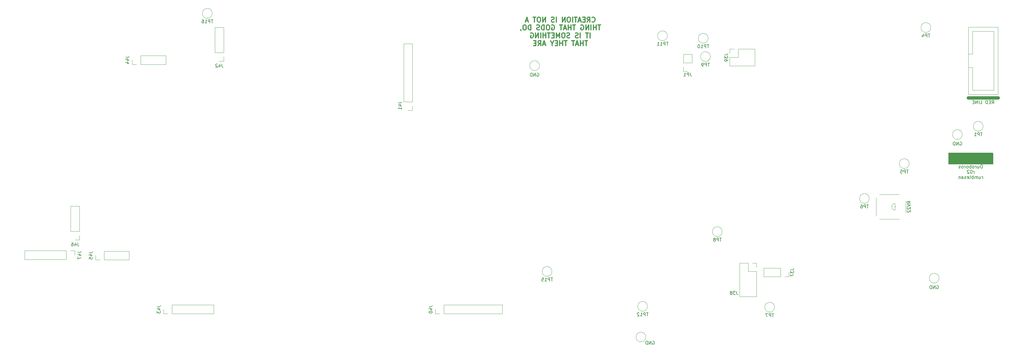
<source format=gbo>
%TF.GenerationSoftware,KiCad,Pcbnew,(6.0.6-0)*%
%TF.CreationDate,2023-05-13T23:48:37+01:00*%
%TF.ProjectId,ouroboros,6f75726f-626f-4726-9f73-2e6b69636164,r02*%
%TF.SameCoordinates,Original*%
%TF.FileFunction,Legend,Bot*%
%TF.FilePolarity,Positive*%
%FSLAX46Y46*%
G04 Gerber Fmt 4.6, Leading zero omitted, Abs format (unit mm)*
G04 Created by KiCad (PCBNEW (6.0.6-0)) date 2023-05-13 23:48:37*
%MOMM*%
%LPD*%
G01*
G04 APERTURE LIST*
%ADD10C,0.300000*%
%ADD11C,0.150000*%
%ADD12C,0.120000*%
%ADD13C,1.000000*%
G04 APERTURE END LIST*
D10*
X208560571Y-39331214D02*
X208632000Y-39402642D01*
X208846285Y-39474071D01*
X208989142Y-39474071D01*
X209203428Y-39402642D01*
X209346285Y-39259785D01*
X209417714Y-39116928D01*
X209489142Y-38831214D01*
X209489142Y-38616928D01*
X209417714Y-38331214D01*
X209346285Y-38188357D01*
X209203428Y-38045500D01*
X208989142Y-37974071D01*
X208846285Y-37974071D01*
X208632000Y-38045500D01*
X208560571Y-38116928D01*
X207060571Y-39474071D02*
X207560571Y-38759785D01*
X207917714Y-39474071D02*
X207917714Y-37974071D01*
X207346285Y-37974071D01*
X207203428Y-38045500D01*
X207132000Y-38116928D01*
X207060571Y-38259785D01*
X207060571Y-38474071D01*
X207132000Y-38616928D01*
X207203428Y-38688357D01*
X207346285Y-38759785D01*
X207917714Y-38759785D01*
X206417714Y-38688357D02*
X205917714Y-38688357D01*
X205703428Y-39474071D02*
X206417714Y-39474071D01*
X206417714Y-37974071D01*
X205703428Y-37974071D01*
X205132000Y-39045500D02*
X204417714Y-39045500D01*
X205274857Y-39474071D02*
X204774857Y-37974071D01*
X204274857Y-39474071D01*
X203989142Y-37974071D02*
X203132000Y-37974071D01*
X203560571Y-39474071D02*
X203560571Y-37974071D01*
X202632000Y-39474071D02*
X202632000Y-37974071D01*
X201632000Y-37974071D02*
X201346285Y-37974071D01*
X201203428Y-38045500D01*
X201060571Y-38188357D01*
X200989142Y-38474071D01*
X200989142Y-38974071D01*
X201060571Y-39259785D01*
X201203428Y-39402642D01*
X201346285Y-39474071D01*
X201632000Y-39474071D01*
X201774857Y-39402642D01*
X201917714Y-39259785D01*
X201989142Y-38974071D01*
X201989142Y-38474071D01*
X201917714Y-38188357D01*
X201774857Y-38045500D01*
X201632000Y-37974071D01*
X200346285Y-39474071D02*
X200346285Y-37974071D01*
X199489142Y-39474071D01*
X199489142Y-37974071D01*
X197632000Y-39474071D02*
X197632000Y-37974071D01*
X196989142Y-39402642D02*
X196774857Y-39474071D01*
X196417714Y-39474071D01*
X196274857Y-39402642D01*
X196203428Y-39331214D01*
X196132000Y-39188357D01*
X196132000Y-39045500D01*
X196203428Y-38902642D01*
X196274857Y-38831214D01*
X196417714Y-38759785D01*
X196703428Y-38688357D01*
X196846285Y-38616928D01*
X196917714Y-38545500D01*
X196989142Y-38402642D01*
X196989142Y-38259785D01*
X196917714Y-38116928D01*
X196846285Y-38045500D01*
X196703428Y-37974071D01*
X196346285Y-37974071D01*
X196132000Y-38045500D01*
X194346285Y-39474071D02*
X194346285Y-37974071D01*
X193489142Y-39474071D01*
X193489142Y-37974071D01*
X192489142Y-37974071D02*
X192203428Y-37974071D01*
X192060571Y-38045500D01*
X191917714Y-38188357D01*
X191846285Y-38474071D01*
X191846285Y-38974071D01*
X191917714Y-39259785D01*
X192060571Y-39402642D01*
X192203428Y-39474071D01*
X192489142Y-39474071D01*
X192632000Y-39402642D01*
X192774857Y-39259785D01*
X192846285Y-38974071D01*
X192846285Y-38474071D01*
X192774857Y-38188357D01*
X192632000Y-38045500D01*
X192489142Y-37974071D01*
X191417714Y-37974071D02*
X190560571Y-37974071D01*
X190989142Y-39474071D02*
X190989142Y-37974071D01*
X188989142Y-39045500D02*
X188274857Y-39045500D01*
X189132000Y-39474071D02*
X188632000Y-37974071D01*
X188132000Y-39474071D01*
X211167714Y-40389071D02*
X210310571Y-40389071D01*
X210739142Y-41889071D02*
X210739142Y-40389071D01*
X209810571Y-41889071D02*
X209810571Y-40389071D01*
X209810571Y-41103357D02*
X208953428Y-41103357D01*
X208953428Y-41889071D02*
X208953428Y-40389071D01*
X208239142Y-41889071D02*
X208239142Y-40389071D01*
X207524857Y-41889071D02*
X207524857Y-40389071D01*
X206667714Y-41889071D01*
X206667714Y-40389071D01*
X205167714Y-40460500D02*
X205310571Y-40389071D01*
X205524857Y-40389071D01*
X205739142Y-40460500D01*
X205882000Y-40603357D01*
X205953428Y-40746214D01*
X206024857Y-41031928D01*
X206024857Y-41246214D01*
X205953428Y-41531928D01*
X205882000Y-41674785D01*
X205739142Y-41817642D01*
X205524857Y-41889071D01*
X205382000Y-41889071D01*
X205167714Y-41817642D01*
X205096285Y-41746214D01*
X205096285Y-41246214D01*
X205382000Y-41246214D01*
X203524857Y-40389071D02*
X202667714Y-40389071D01*
X203096285Y-41889071D02*
X203096285Y-40389071D01*
X202167714Y-41889071D02*
X202167714Y-40389071D01*
X202167714Y-41103357D02*
X201310571Y-41103357D01*
X201310571Y-41889071D02*
X201310571Y-40389071D01*
X200667714Y-41460500D02*
X199953428Y-41460500D01*
X200810571Y-41889071D02*
X200310571Y-40389071D01*
X199810571Y-41889071D01*
X199524857Y-40389071D02*
X198667714Y-40389071D01*
X199096285Y-41889071D02*
X199096285Y-40389071D01*
X196239142Y-40460500D02*
X196382000Y-40389071D01*
X196596285Y-40389071D01*
X196810571Y-40460500D01*
X196953428Y-40603357D01*
X197024857Y-40746214D01*
X197096285Y-41031928D01*
X197096285Y-41246214D01*
X197024857Y-41531928D01*
X196953428Y-41674785D01*
X196810571Y-41817642D01*
X196596285Y-41889071D01*
X196453428Y-41889071D01*
X196239142Y-41817642D01*
X196167714Y-41746214D01*
X196167714Y-41246214D01*
X196453428Y-41246214D01*
X195239142Y-40389071D02*
X194953428Y-40389071D01*
X194810571Y-40460500D01*
X194667714Y-40603357D01*
X194596285Y-40889071D01*
X194596285Y-41389071D01*
X194667714Y-41674785D01*
X194810571Y-41817642D01*
X194953428Y-41889071D01*
X195239142Y-41889071D01*
X195382000Y-41817642D01*
X195524857Y-41674785D01*
X195596285Y-41389071D01*
X195596285Y-40889071D01*
X195524857Y-40603357D01*
X195382000Y-40460500D01*
X195239142Y-40389071D01*
X193953428Y-41889071D02*
X193953428Y-40389071D01*
X193596285Y-40389071D01*
X193382000Y-40460500D01*
X193239142Y-40603357D01*
X193167714Y-40746214D01*
X193096285Y-41031928D01*
X193096285Y-41246214D01*
X193167714Y-41531928D01*
X193239142Y-41674785D01*
X193382000Y-41817642D01*
X193596285Y-41889071D01*
X193953428Y-41889071D01*
X192524857Y-41817642D02*
X192310571Y-41889071D01*
X191953428Y-41889071D01*
X191810571Y-41817642D01*
X191739142Y-41746214D01*
X191667714Y-41603357D01*
X191667714Y-41460500D01*
X191739142Y-41317642D01*
X191810571Y-41246214D01*
X191953428Y-41174785D01*
X192239142Y-41103357D01*
X192382000Y-41031928D01*
X192453428Y-40960500D01*
X192524857Y-40817642D01*
X192524857Y-40674785D01*
X192453428Y-40531928D01*
X192382000Y-40460500D01*
X192239142Y-40389071D01*
X191882000Y-40389071D01*
X191667714Y-40460500D01*
X189882000Y-41889071D02*
X189882000Y-40389071D01*
X189524857Y-40389071D01*
X189310571Y-40460500D01*
X189167714Y-40603357D01*
X189096285Y-40746214D01*
X189024857Y-41031928D01*
X189024857Y-41246214D01*
X189096285Y-41531928D01*
X189167714Y-41674785D01*
X189310571Y-41817642D01*
X189524857Y-41889071D01*
X189882000Y-41889071D01*
X188096285Y-40389071D02*
X187810571Y-40389071D01*
X187667714Y-40460500D01*
X187524857Y-40603357D01*
X187453428Y-40889071D01*
X187453428Y-41389071D01*
X187524857Y-41674785D01*
X187667714Y-41817642D01*
X187810571Y-41889071D01*
X188096285Y-41889071D01*
X188239142Y-41817642D01*
X188382000Y-41674785D01*
X188453428Y-41389071D01*
X188453428Y-40889071D01*
X188382000Y-40603357D01*
X188239142Y-40460500D01*
X188096285Y-40389071D01*
X186739142Y-41817642D02*
X186739142Y-41889071D01*
X186810571Y-42031928D01*
X186882000Y-42103357D01*
X207953428Y-44304071D02*
X207953428Y-42804071D01*
X207453428Y-42804071D02*
X206596285Y-42804071D01*
X207024857Y-44304071D02*
X207024857Y-42804071D01*
X204953428Y-44304071D02*
X204953428Y-42804071D01*
X204310571Y-44232642D02*
X204096285Y-44304071D01*
X203739142Y-44304071D01*
X203596285Y-44232642D01*
X203524857Y-44161214D01*
X203453428Y-44018357D01*
X203453428Y-43875500D01*
X203524857Y-43732642D01*
X203596285Y-43661214D01*
X203739142Y-43589785D01*
X204024857Y-43518357D01*
X204167714Y-43446928D01*
X204239142Y-43375500D01*
X204310571Y-43232642D01*
X204310571Y-43089785D01*
X204239142Y-42946928D01*
X204167714Y-42875500D01*
X204024857Y-42804071D01*
X203667714Y-42804071D01*
X203453428Y-42875500D01*
X201739142Y-44232642D02*
X201524857Y-44304071D01*
X201167714Y-44304071D01*
X201024857Y-44232642D01*
X200953428Y-44161214D01*
X200882000Y-44018357D01*
X200882000Y-43875500D01*
X200953428Y-43732642D01*
X201024857Y-43661214D01*
X201167714Y-43589785D01*
X201453428Y-43518357D01*
X201596285Y-43446928D01*
X201667714Y-43375500D01*
X201739142Y-43232642D01*
X201739142Y-43089785D01*
X201667714Y-42946928D01*
X201596285Y-42875500D01*
X201453428Y-42804071D01*
X201096285Y-42804071D01*
X200882000Y-42875500D01*
X199953428Y-42804071D02*
X199667714Y-42804071D01*
X199524857Y-42875500D01*
X199382000Y-43018357D01*
X199310571Y-43304071D01*
X199310571Y-43804071D01*
X199382000Y-44089785D01*
X199524857Y-44232642D01*
X199667714Y-44304071D01*
X199953428Y-44304071D01*
X200096285Y-44232642D01*
X200239142Y-44089785D01*
X200310571Y-43804071D01*
X200310571Y-43304071D01*
X200239142Y-43018357D01*
X200096285Y-42875500D01*
X199953428Y-42804071D01*
X198667714Y-44304071D02*
X198667714Y-42804071D01*
X198167714Y-43875500D01*
X197667714Y-42804071D01*
X197667714Y-44304071D01*
X196953428Y-43518357D02*
X196453428Y-43518357D01*
X196239142Y-44304071D02*
X196953428Y-44304071D01*
X196953428Y-42804071D01*
X196239142Y-42804071D01*
X195810571Y-42804071D02*
X194953428Y-42804071D01*
X195382000Y-44304071D02*
X195382000Y-42804071D01*
X194453428Y-44304071D02*
X194453428Y-42804071D01*
X194453428Y-43518357D02*
X193596285Y-43518357D01*
X193596285Y-44304071D02*
X193596285Y-42804071D01*
X192882000Y-44304071D02*
X192882000Y-42804071D01*
X192167714Y-44304071D02*
X192167714Y-42804071D01*
X191310571Y-44304071D01*
X191310571Y-42804071D01*
X189810571Y-42875500D02*
X189953428Y-42804071D01*
X190167714Y-42804071D01*
X190382000Y-42875500D01*
X190524857Y-43018357D01*
X190596285Y-43161214D01*
X190667714Y-43446928D01*
X190667714Y-43661214D01*
X190596285Y-43946928D01*
X190524857Y-44089785D01*
X190382000Y-44232642D01*
X190167714Y-44304071D01*
X190024857Y-44304071D01*
X189810571Y-44232642D01*
X189739142Y-44161214D01*
X189739142Y-43661214D01*
X190024857Y-43661214D01*
X207203428Y-45219071D02*
X206346285Y-45219071D01*
X206774857Y-46719071D02*
X206774857Y-45219071D01*
X205846285Y-46719071D02*
X205846285Y-45219071D01*
X205846285Y-45933357D02*
X204989142Y-45933357D01*
X204989142Y-46719071D02*
X204989142Y-45219071D01*
X204346285Y-46290500D02*
X203632000Y-46290500D01*
X204489142Y-46719071D02*
X203989142Y-45219071D01*
X203489142Y-46719071D01*
X203203428Y-45219071D02*
X202346285Y-45219071D01*
X202774857Y-46719071D02*
X202774857Y-45219071D01*
X200917714Y-45219071D02*
X200060571Y-45219071D01*
X200489142Y-46719071D02*
X200489142Y-45219071D01*
X199560571Y-46719071D02*
X199560571Y-45219071D01*
X199560571Y-45933357D02*
X198703428Y-45933357D01*
X198703428Y-46719071D02*
X198703428Y-45219071D01*
X197989142Y-45933357D02*
X197489142Y-45933357D01*
X197274857Y-46719071D02*
X197989142Y-46719071D01*
X197989142Y-45219071D01*
X197274857Y-45219071D01*
X196346285Y-46004785D02*
X196346285Y-46719071D01*
X196846285Y-45219071D02*
X196346285Y-46004785D01*
X195846285Y-45219071D01*
X194274857Y-46290500D02*
X193560571Y-46290500D01*
X194417714Y-46719071D02*
X193917714Y-45219071D01*
X193417714Y-46719071D01*
X192060571Y-46719071D02*
X192560571Y-46004785D01*
X192917714Y-46719071D02*
X192917714Y-45219071D01*
X192346285Y-45219071D01*
X192203428Y-45290500D01*
X192132000Y-45361928D01*
X192060571Y-45504785D01*
X192060571Y-45719071D01*
X192132000Y-45861928D01*
X192203428Y-45933357D01*
X192346285Y-46004785D01*
X192917714Y-46004785D01*
X191417714Y-45933357D02*
X190917714Y-45933357D01*
X190703428Y-46719071D02*
X191417714Y-46719071D01*
X191417714Y-45219071D01*
X190703428Y-45219071D01*
D11*
X327738952Y-83186380D02*
X327548476Y-83186380D01*
X327453238Y-83234000D01*
X327358000Y-83329238D01*
X327310380Y-83519714D01*
X327310380Y-83853047D01*
X327358000Y-84043523D01*
X327453238Y-84138761D01*
X327548476Y-84186380D01*
X327738952Y-84186380D01*
X327834190Y-84138761D01*
X327929428Y-84043523D01*
X327977047Y-83853047D01*
X327977047Y-83519714D01*
X327929428Y-83329238D01*
X327834190Y-83234000D01*
X327738952Y-83186380D01*
X326453238Y-83519714D02*
X326453238Y-84186380D01*
X326881809Y-83519714D02*
X326881809Y-84043523D01*
X326834190Y-84138761D01*
X326738952Y-84186380D01*
X326596095Y-84186380D01*
X326500857Y-84138761D01*
X326453238Y-84091142D01*
X325977047Y-84186380D02*
X325977047Y-83519714D01*
X325977047Y-83710190D02*
X325929428Y-83614952D01*
X325881809Y-83567333D01*
X325786571Y-83519714D01*
X325691333Y-83519714D01*
X325215142Y-84186380D02*
X325310380Y-84138761D01*
X325358000Y-84091142D01*
X325405619Y-83995904D01*
X325405619Y-83710190D01*
X325358000Y-83614952D01*
X325310380Y-83567333D01*
X325215142Y-83519714D01*
X325072285Y-83519714D01*
X324977047Y-83567333D01*
X324929428Y-83614952D01*
X324881809Y-83710190D01*
X324881809Y-83995904D01*
X324929428Y-84091142D01*
X324977047Y-84138761D01*
X325072285Y-84186380D01*
X325215142Y-84186380D01*
X324453238Y-84186380D02*
X324453238Y-83186380D01*
X324453238Y-83567333D02*
X324358000Y-83519714D01*
X324167523Y-83519714D01*
X324072285Y-83567333D01*
X324024666Y-83614952D01*
X323977047Y-83710190D01*
X323977047Y-83995904D01*
X324024666Y-84091142D01*
X324072285Y-84138761D01*
X324167523Y-84186380D01*
X324358000Y-84186380D01*
X324453238Y-84138761D01*
X323405619Y-84186380D02*
X323500857Y-84138761D01*
X323548476Y-84091142D01*
X323596095Y-83995904D01*
X323596095Y-83710190D01*
X323548476Y-83614952D01*
X323500857Y-83567333D01*
X323405619Y-83519714D01*
X323262761Y-83519714D01*
X323167523Y-83567333D01*
X323119904Y-83614952D01*
X323072285Y-83710190D01*
X323072285Y-83995904D01*
X323119904Y-84091142D01*
X323167523Y-84138761D01*
X323262761Y-84186380D01*
X323405619Y-84186380D01*
X322643714Y-84186380D02*
X322643714Y-83519714D01*
X322643714Y-83710190D02*
X322596095Y-83614952D01*
X322548476Y-83567333D01*
X322453238Y-83519714D01*
X322358000Y-83519714D01*
X321881809Y-84186380D02*
X321977047Y-84138761D01*
X322024666Y-84091142D01*
X322072285Y-83995904D01*
X322072285Y-83710190D01*
X322024666Y-83614952D01*
X321977047Y-83567333D01*
X321881809Y-83519714D01*
X321738952Y-83519714D01*
X321643714Y-83567333D01*
X321596095Y-83614952D01*
X321548476Y-83710190D01*
X321548476Y-83995904D01*
X321596095Y-84091142D01*
X321643714Y-84138761D01*
X321738952Y-84186380D01*
X321881809Y-84186380D01*
X321167523Y-84138761D02*
X321072285Y-84186380D01*
X320881809Y-84186380D01*
X320786571Y-84138761D01*
X320738952Y-84043523D01*
X320738952Y-83995904D01*
X320786571Y-83900666D01*
X320881809Y-83853047D01*
X321024666Y-83853047D01*
X321119904Y-83805428D01*
X321167523Y-83710190D01*
X321167523Y-83662571D01*
X321119904Y-83567333D01*
X321024666Y-83519714D01*
X320881809Y-83519714D01*
X320786571Y-83567333D01*
X325381809Y-85796380D02*
X325381809Y-85129714D01*
X325381809Y-85320190D02*
X325334190Y-85224952D01*
X325286571Y-85177333D01*
X325191333Y-85129714D01*
X325096095Y-85129714D01*
X324572285Y-84796380D02*
X324477047Y-84796380D01*
X324381809Y-84844000D01*
X324334190Y-84891619D01*
X324286571Y-84986857D01*
X324238952Y-85177333D01*
X324238952Y-85415428D01*
X324286571Y-85605904D01*
X324334190Y-85701142D01*
X324381809Y-85748761D01*
X324477047Y-85796380D01*
X324572285Y-85796380D01*
X324667523Y-85748761D01*
X324715142Y-85701142D01*
X324762761Y-85605904D01*
X324810380Y-85415428D01*
X324810380Y-85177333D01*
X324762761Y-84986857D01*
X324715142Y-84891619D01*
X324667523Y-84844000D01*
X324572285Y-84796380D01*
X323858000Y-84891619D02*
X323810380Y-84844000D01*
X323715142Y-84796380D01*
X323477047Y-84796380D01*
X323381809Y-84844000D01*
X323334190Y-84891619D01*
X323286571Y-84986857D01*
X323286571Y-85082095D01*
X323334190Y-85224952D01*
X323905619Y-85796380D01*
X323286571Y-85796380D01*
X328000857Y-87406380D02*
X328000857Y-86739714D01*
X328000857Y-86930190D02*
X327953238Y-86834952D01*
X327905619Y-86787333D01*
X327810380Y-86739714D01*
X327715142Y-86739714D01*
X326953238Y-86739714D02*
X326953238Y-87406380D01*
X327381809Y-86739714D02*
X327381809Y-87263523D01*
X327334190Y-87358761D01*
X327238952Y-87406380D01*
X327096095Y-87406380D01*
X327000857Y-87358761D01*
X326953238Y-87311142D01*
X326477047Y-87406380D02*
X326477047Y-86739714D01*
X326477047Y-86834952D02*
X326429428Y-86787333D01*
X326334190Y-86739714D01*
X326191333Y-86739714D01*
X326096095Y-86787333D01*
X326048476Y-86882571D01*
X326048476Y-87406380D01*
X326048476Y-86882571D02*
X326000857Y-86787333D01*
X325905619Y-86739714D01*
X325762761Y-86739714D01*
X325667523Y-86787333D01*
X325619904Y-86882571D01*
X325619904Y-87406380D01*
X325143714Y-87406380D02*
X325143714Y-86406380D01*
X325143714Y-86787333D02*
X325048476Y-86739714D01*
X324858000Y-86739714D01*
X324762761Y-86787333D01*
X324715142Y-86834952D01*
X324667523Y-86930190D01*
X324667523Y-87215904D01*
X324715142Y-87311142D01*
X324762761Y-87358761D01*
X324858000Y-87406380D01*
X325048476Y-87406380D01*
X325143714Y-87358761D01*
X324096095Y-87406380D02*
X324191333Y-87358761D01*
X324238952Y-87263523D01*
X324238952Y-86406380D01*
X323334190Y-87358761D02*
X323429428Y-87406380D01*
X323619904Y-87406380D01*
X323715142Y-87358761D01*
X323762761Y-87263523D01*
X323762761Y-86882571D01*
X323715142Y-86787333D01*
X323619904Y-86739714D01*
X323429428Y-86739714D01*
X323334190Y-86787333D01*
X323286571Y-86882571D01*
X323286571Y-86977809D01*
X323762761Y-87073047D01*
X322905619Y-87358761D02*
X322810380Y-87406380D01*
X322619904Y-87406380D01*
X322524666Y-87358761D01*
X322477047Y-87263523D01*
X322477047Y-87215904D01*
X322524666Y-87120666D01*
X322619904Y-87073047D01*
X322762761Y-87073047D01*
X322858000Y-87025428D01*
X322905619Y-86930190D01*
X322905619Y-86882571D01*
X322858000Y-86787333D01*
X322762761Y-86739714D01*
X322619904Y-86739714D01*
X322524666Y-86787333D01*
X321619904Y-87406380D02*
X321619904Y-86882571D01*
X321667523Y-86787333D01*
X321762761Y-86739714D01*
X321953238Y-86739714D01*
X322048476Y-86787333D01*
X321619904Y-87358761D02*
X321715142Y-87406380D01*
X321953238Y-87406380D01*
X322048476Y-87358761D01*
X322096095Y-87263523D01*
X322096095Y-87168285D01*
X322048476Y-87073047D01*
X321953238Y-87025428D01*
X321715142Y-87025428D01*
X321619904Y-86977809D01*
X321143714Y-86739714D02*
X321143714Y-87406380D01*
X321143714Y-86834952D02*
X321096095Y-86787333D01*
X321000857Y-86739714D01*
X320858000Y-86739714D01*
X320762761Y-86787333D01*
X320715142Y-86882571D01*
X320715142Y-87406380D01*
%TO.C,J44*%
X65982380Y-50290476D02*
X66696666Y-50290476D01*
X66839523Y-50242857D01*
X66934761Y-50147619D01*
X66982380Y-50004761D01*
X66982380Y-49909523D01*
X66315714Y-51195238D02*
X66982380Y-51195238D01*
X65934761Y-50957142D02*
X66649047Y-50719047D01*
X66649047Y-51338095D01*
X66315714Y-52147619D02*
X66982380Y-52147619D01*
X65934761Y-51909523D02*
X66649047Y-51671428D01*
X66649047Y-52290476D01*
%TO.C,J47*%
X51322380Y-109990476D02*
X52036666Y-109990476D01*
X52179523Y-109942857D01*
X52274761Y-109847619D01*
X52322380Y-109704761D01*
X52322380Y-109609523D01*
X51655714Y-110895238D02*
X52322380Y-110895238D01*
X51274761Y-110657142D02*
X51989047Y-110419047D01*
X51989047Y-111038095D01*
X51322380Y-111323809D02*
X51322380Y-111990476D01*
X52322380Y-111561904D01*
%TO.C,J43*%
X75582380Y-126590476D02*
X76296666Y-126590476D01*
X76439523Y-126542857D01*
X76534761Y-126447619D01*
X76582380Y-126304761D01*
X76582380Y-126209523D01*
X75915714Y-127495238D02*
X76582380Y-127495238D01*
X75534761Y-127257142D02*
X76249047Y-127019047D01*
X76249047Y-127638095D01*
X75582380Y-127923809D02*
X75582380Y-128542857D01*
X75963333Y-128209523D01*
X75963333Y-128352380D01*
X76010952Y-128447619D01*
X76058571Y-128495238D01*
X76153809Y-128542857D01*
X76391904Y-128542857D01*
X76487142Y-128495238D01*
X76534761Y-128447619D01*
X76582380Y-128352380D01*
X76582380Y-128066666D01*
X76534761Y-127971428D01*
X76487142Y-127923809D01*
%TO.C,RV22*%
X305926380Y-94940571D02*
X305450190Y-94607238D01*
X305926380Y-94369142D02*
X304926380Y-94369142D01*
X304926380Y-94750095D01*
X304974000Y-94845333D01*
X305021619Y-94892952D01*
X305116857Y-94940571D01*
X305259714Y-94940571D01*
X305354952Y-94892952D01*
X305402571Y-94845333D01*
X305450190Y-94750095D01*
X305450190Y-94369142D01*
X304926380Y-95226285D02*
X305926380Y-95559619D01*
X304926380Y-95892952D01*
X305021619Y-96178666D02*
X304974000Y-96226285D01*
X304926380Y-96321523D01*
X304926380Y-96559619D01*
X304974000Y-96654857D01*
X305021619Y-96702476D01*
X305116857Y-96750095D01*
X305212095Y-96750095D01*
X305354952Y-96702476D01*
X305926380Y-96131047D01*
X305926380Y-96750095D01*
X305021619Y-97131047D02*
X304974000Y-97178666D01*
X304926380Y-97273904D01*
X304926380Y-97512000D01*
X304974000Y-97607238D01*
X305021619Y-97654857D01*
X305116857Y-97702476D01*
X305212095Y-97702476D01*
X305354952Y-97654857D01*
X305926380Y-97083428D01*
X305926380Y-97702476D01*
%TO.C,TP2*%
X321055904Y-76208000D02*
X321151142Y-76160380D01*
X321294000Y-76160380D01*
X321436857Y-76208000D01*
X321532095Y-76303238D01*
X321579714Y-76398476D01*
X321627333Y-76588952D01*
X321627333Y-76731809D01*
X321579714Y-76922285D01*
X321532095Y-77017523D01*
X321436857Y-77112761D01*
X321294000Y-77160380D01*
X321198761Y-77160380D01*
X321055904Y-77112761D01*
X321008285Y-77065142D01*
X321008285Y-76731809D01*
X321198761Y-76731809D01*
X320579714Y-77160380D02*
X320579714Y-76160380D01*
X320008285Y-77160380D01*
X320008285Y-76160380D01*
X319532095Y-77160380D02*
X319532095Y-76160380D01*
X319294000Y-76160380D01*
X319151142Y-76208000D01*
X319055904Y-76303238D01*
X319008285Y-76398476D01*
X318960666Y-76588952D01*
X318960666Y-76731809D01*
X319008285Y-76922285D01*
X319055904Y-77017523D01*
X319151142Y-77112761D01*
X319294000Y-77160380D01*
X319532095Y-77160380D01*
%TO.C,TP14*%
X191769904Y-55126000D02*
X191865142Y-55078380D01*
X192008000Y-55078380D01*
X192150857Y-55126000D01*
X192246095Y-55221238D01*
X192293714Y-55316476D01*
X192341333Y-55506952D01*
X192341333Y-55649809D01*
X192293714Y-55840285D01*
X192246095Y-55935523D01*
X192150857Y-56030761D01*
X192008000Y-56078380D01*
X191912761Y-56078380D01*
X191769904Y-56030761D01*
X191722285Y-55983142D01*
X191722285Y-55649809D01*
X191912761Y-55649809D01*
X191293714Y-56078380D02*
X191293714Y-55078380D01*
X190722285Y-56078380D01*
X190722285Y-55078380D01*
X190246095Y-56078380D02*
X190246095Y-55078380D01*
X190008000Y-55078380D01*
X189865142Y-55126000D01*
X189769904Y-55221238D01*
X189722285Y-55316476D01*
X189674666Y-55506952D01*
X189674666Y-55649809D01*
X189722285Y-55840285D01*
X189769904Y-55935523D01*
X189865142Y-56030761D01*
X190008000Y-56078380D01*
X190246095Y-56078380D01*
%TO.C,J40*%
X158702380Y-126590476D02*
X159416666Y-126590476D01*
X159559523Y-126542857D01*
X159654761Y-126447619D01*
X159702380Y-126304761D01*
X159702380Y-126209523D01*
X159035714Y-127495238D02*
X159702380Y-127495238D01*
X158654761Y-127257142D02*
X159369047Y-127019047D01*
X159369047Y-127638095D01*
X158702380Y-128209523D02*
X158702380Y-128304761D01*
X158750000Y-128400000D01*
X158797619Y-128447619D01*
X158892857Y-128495238D01*
X159083333Y-128542857D01*
X159321428Y-128542857D01*
X159511904Y-128495238D01*
X159607142Y-128447619D01*
X159654761Y-128400000D01*
X159702380Y-128304761D01*
X159702380Y-128209523D01*
X159654761Y-128114285D01*
X159607142Y-128066666D01*
X159511904Y-128019047D01*
X159321428Y-127971428D01*
X159083333Y-127971428D01*
X158892857Y-128019047D01*
X158797619Y-128066666D01*
X158750000Y-128114285D01*
X158702380Y-128209523D01*
%TO.C,J45*%
X54782380Y-110090476D02*
X55496666Y-110090476D01*
X55639523Y-110042857D01*
X55734761Y-109947619D01*
X55782380Y-109804761D01*
X55782380Y-109709523D01*
X55115714Y-110995238D02*
X55782380Y-110995238D01*
X54734761Y-110757142D02*
X55449047Y-110519047D01*
X55449047Y-111138095D01*
X54782380Y-111995238D02*
X54782380Y-111519047D01*
X55258571Y-111471428D01*
X55210952Y-111519047D01*
X55163333Y-111614285D01*
X55163333Y-111852380D01*
X55210952Y-111947619D01*
X55258571Y-111995238D01*
X55353809Y-112042857D01*
X55591904Y-112042857D01*
X55687142Y-111995238D01*
X55734761Y-111947619D01*
X55782380Y-111852380D01*
X55782380Y-111614285D01*
X55734761Y-111519047D01*
X55687142Y-111471428D01*
%TO.C,TP16*%
X92670095Y-38782380D02*
X92098666Y-38782380D01*
X92384380Y-39782380D02*
X92384380Y-38782380D01*
X91765333Y-39782380D02*
X91765333Y-38782380D01*
X91384380Y-38782380D01*
X91289142Y-38830000D01*
X91241523Y-38877619D01*
X91193904Y-38972857D01*
X91193904Y-39115714D01*
X91241523Y-39210952D01*
X91289142Y-39258571D01*
X91384380Y-39306190D01*
X91765333Y-39306190D01*
X90241523Y-39782380D02*
X90812952Y-39782380D01*
X90527238Y-39782380D02*
X90527238Y-38782380D01*
X90622476Y-38925238D01*
X90717714Y-39020476D01*
X90812952Y-39068095D01*
X89384380Y-38782380D02*
X89574857Y-38782380D01*
X89670095Y-38830000D01*
X89717714Y-38877619D01*
X89812952Y-39020476D01*
X89860571Y-39210952D01*
X89860571Y-39591904D01*
X89812952Y-39687142D01*
X89765333Y-39734761D01*
X89670095Y-39782380D01*
X89479619Y-39782380D01*
X89384380Y-39734761D01*
X89336761Y-39687142D01*
X89289142Y-39591904D01*
X89289142Y-39353809D01*
X89336761Y-39258571D01*
X89384380Y-39210952D01*
X89479619Y-39163333D01*
X89670095Y-39163333D01*
X89765333Y-39210952D01*
X89812952Y-39258571D01*
X89860571Y-39353809D01*
%TO.C,TP8*%
X248149904Y-105584380D02*
X247578476Y-105584380D01*
X247864190Y-106584380D02*
X247864190Y-105584380D01*
X247245142Y-106584380D02*
X247245142Y-105584380D01*
X246864190Y-105584380D01*
X246768952Y-105632000D01*
X246721333Y-105679619D01*
X246673714Y-105774857D01*
X246673714Y-105917714D01*
X246721333Y-106012952D01*
X246768952Y-106060571D01*
X246864190Y-106108190D01*
X247245142Y-106108190D01*
X246102285Y-106012952D02*
X246197523Y-105965333D01*
X246245142Y-105917714D01*
X246292761Y-105822476D01*
X246292761Y-105774857D01*
X246245142Y-105679619D01*
X246197523Y-105632000D01*
X246102285Y-105584380D01*
X245911809Y-105584380D01*
X245816571Y-105632000D01*
X245768952Y-105679619D01*
X245721333Y-105774857D01*
X245721333Y-105822476D01*
X245768952Y-105917714D01*
X245816571Y-105965333D01*
X245911809Y-106012952D01*
X246102285Y-106012952D01*
X246197523Y-106060571D01*
X246245142Y-106108190D01*
X246292761Y-106203428D01*
X246292761Y-106393904D01*
X246245142Y-106489142D01*
X246197523Y-106536761D01*
X246102285Y-106584380D01*
X245911809Y-106584380D01*
X245816571Y-106536761D01*
X245768952Y-106489142D01*
X245721333Y-106393904D01*
X245721333Y-106203428D01*
X245768952Y-106108190D01*
X245816571Y-106060571D01*
X245911809Y-106012952D01*
%TO.C,TP3*%
X313943904Y-120150000D02*
X314039142Y-120102380D01*
X314182000Y-120102380D01*
X314324857Y-120150000D01*
X314420095Y-120245238D01*
X314467714Y-120340476D01*
X314515333Y-120530952D01*
X314515333Y-120673809D01*
X314467714Y-120864285D01*
X314420095Y-120959523D01*
X314324857Y-121054761D01*
X314182000Y-121102380D01*
X314086761Y-121102380D01*
X313943904Y-121054761D01*
X313896285Y-121007142D01*
X313896285Y-120673809D01*
X314086761Y-120673809D01*
X313467714Y-121102380D02*
X313467714Y-120102380D01*
X312896285Y-121102380D01*
X312896285Y-120102380D01*
X312420095Y-121102380D02*
X312420095Y-120102380D01*
X312182000Y-120102380D01*
X312039142Y-120150000D01*
X311943904Y-120245238D01*
X311896285Y-120340476D01*
X311848666Y-120530952D01*
X311848666Y-120673809D01*
X311896285Y-120864285D01*
X311943904Y-120959523D01*
X312039142Y-121054761D01*
X312182000Y-121102380D01*
X312420095Y-121102380D01*
%TO.C,TP4*%
X311903904Y-43100380D02*
X311332476Y-43100380D01*
X311618190Y-44100380D02*
X311618190Y-43100380D01*
X310999142Y-44100380D02*
X310999142Y-43100380D01*
X310618190Y-43100380D01*
X310522952Y-43148000D01*
X310475333Y-43195619D01*
X310427714Y-43290857D01*
X310427714Y-43433714D01*
X310475333Y-43528952D01*
X310522952Y-43576571D01*
X310618190Y-43624190D01*
X310999142Y-43624190D01*
X309570571Y-43433714D02*
X309570571Y-44100380D01*
X309808666Y-43052761D02*
X310046761Y-43767047D01*
X309427714Y-43767047D01*
%TO.C,J36*%
X330810857Y-64460380D02*
X331144190Y-63984190D01*
X331382285Y-64460380D02*
X331382285Y-63460380D01*
X331001333Y-63460380D01*
X330906095Y-63508000D01*
X330858476Y-63555619D01*
X330810857Y-63650857D01*
X330810857Y-63793714D01*
X330858476Y-63888952D01*
X330906095Y-63936571D01*
X331001333Y-63984190D01*
X331382285Y-63984190D01*
X330382285Y-63936571D02*
X330048952Y-63936571D01*
X329906095Y-64460380D02*
X330382285Y-64460380D01*
X330382285Y-63460380D01*
X329906095Y-63460380D01*
X329477523Y-64460380D02*
X329477523Y-63460380D01*
X329239428Y-63460380D01*
X329096571Y-63508000D01*
X329001333Y-63603238D01*
X328953714Y-63698476D01*
X328906095Y-63888952D01*
X328906095Y-64031809D01*
X328953714Y-64222285D01*
X329001333Y-64317523D01*
X329096571Y-64412761D01*
X329239428Y-64460380D01*
X329477523Y-64460380D01*
X327239428Y-64460380D02*
X327715619Y-64460380D01*
X327715619Y-63460380D01*
X326906095Y-64460380D02*
X326906095Y-63460380D01*
X326429904Y-64460380D02*
X326429904Y-63460380D01*
X325858476Y-64460380D01*
X325858476Y-63460380D01*
X325382285Y-63936571D02*
X325048952Y-63936571D01*
X324906095Y-64460380D02*
X325382285Y-64460380D01*
X325382285Y-63460380D01*
X324906095Y-63460380D01*
%TO.C,TP15*%
X196556095Y-117776380D02*
X195984666Y-117776380D01*
X196270380Y-118776380D02*
X196270380Y-117776380D01*
X195651333Y-118776380D02*
X195651333Y-117776380D01*
X195270380Y-117776380D01*
X195175142Y-117824000D01*
X195127523Y-117871619D01*
X195079904Y-117966857D01*
X195079904Y-118109714D01*
X195127523Y-118204952D01*
X195175142Y-118252571D01*
X195270380Y-118300190D01*
X195651333Y-118300190D01*
X194127523Y-118776380D02*
X194698952Y-118776380D01*
X194413238Y-118776380D02*
X194413238Y-117776380D01*
X194508476Y-117919238D01*
X194603714Y-118014476D01*
X194698952Y-118062095D01*
X193222761Y-117776380D02*
X193698952Y-117776380D01*
X193746571Y-118252571D01*
X193698952Y-118204952D01*
X193603714Y-118157333D01*
X193365619Y-118157333D01*
X193270380Y-118204952D01*
X193222761Y-118252571D01*
X193175142Y-118347809D01*
X193175142Y-118585904D01*
X193222761Y-118681142D01*
X193270380Y-118728761D01*
X193365619Y-118776380D01*
X193603714Y-118776380D01*
X193698952Y-118728761D01*
X193746571Y-118681142D01*
%TO.C,TP5*%
X305299904Y-84756380D02*
X304728476Y-84756380D01*
X305014190Y-85756380D02*
X305014190Y-84756380D01*
X304395142Y-85756380D02*
X304395142Y-84756380D01*
X304014190Y-84756380D01*
X303918952Y-84804000D01*
X303871333Y-84851619D01*
X303823714Y-84946857D01*
X303823714Y-85089714D01*
X303871333Y-85184952D01*
X303918952Y-85232571D01*
X304014190Y-85280190D01*
X304395142Y-85280190D01*
X302918952Y-84756380D02*
X303395142Y-84756380D01*
X303442761Y-85232571D01*
X303395142Y-85184952D01*
X303299904Y-85137333D01*
X303061809Y-85137333D01*
X302966571Y-85184952D01*
X302918952Y-85232571D01*
X302871333Y-85327809D01*
X302871333Y-85565904D01*
X302918952Y-85661142D01*
X302966571Y-85708761D01*
X303061809Y-85756380D01*
X303299904Y-85756380D01*
X303395142Y-85708761D01*
X303442761Y-85661142D01*
%TO.C,J46*%
X51309523Y-107022380D02*
X51309523Y-107736666D01*
X51357142Y-107879523D01*
X51452380Y-107974761D01*
X51595238Y-108022380D01*
X51690476Y-108022380D01*
X50404761Y-107355714D02*
X50404761Y-108022380D01*
X50642857Y-106974761D02*
X50880952Y-107689047D01*
X50261904Y-107689047D01*
X49452380Y-107022380D02*
X49642857Y-107022380D01*
X49738095Y-107070000D01*
X49785714Y-107117619D01*
X49880952Y-107260476D01*
X49928571Y-107450952D01*
X49928571Y-107831904D01*
X49880952Y-107927142D01*
X49833333Y-107974761D01*
X49738095Y-108022380D01*
X49547619Y-108022380D01*
X49452380Y-107974761D01*
X49404761Y-107927142D01*
X49357142Y-107831904D01*
X49357142Y-107593809D01*
X49404761Y-107498571D01*
X49452380Y-107450952D01*
X49547619Y-107403333D01*
X49738095Y-107403333D01*
X49833333Y-107450952D01*
X49880952Y-107498571D01*
X49928571Y-107593809D01*
%TO.C,JP1*%
X238633333Y-55022380D02*
X238633333Y-55736666D01*
X238680952Y-55879523D01*
X238776190Y-55974761D01*
X238919047Y-56022380D01*
X239014285Y-56022380D01*
X238157142Y-56022380D02*
X238157142Y-55022380D01*
X237776190Y-55022380D01*
X237680952Y-55070000D01*
X237633333Y-55117619D01*
X237585714Y-55212857D01*
X237585714Y-55355714D01*
X237633333Y-55450952D01*
X237680952Y-55498571D01*
X237776190Y-55546190D01*
X238157142Y-55546190D01*
X236633333Y-56022380D02*
X237204761Y-56022380D01*
X236919047Y-56022380D02*
X236919047Y-55022380D01*
X237014285Y-55165238D01*
X237109523Y-55260476D01*
X237204761Y-55308095D01*
%TO.C,J37*%
X269244380Y-115268476D02*
X269958666Y-115268476D01*
X270101523Y-115220857D01*
X270196761Y-115125619D01*
X270244380Y-114982761D01*
X270244380Y-114887523D01*
X269244380Y-115649428D02*
X269244380Y-116268476D01*
X269625333Y-115935142D01*
X269625333Y-116078000D01*
X269672952Y-116173238D01*
X269720571Y-116220857D01*
X269815809Y-116268476D01*
X270053904Y-116268476D01*
X270149142Y-116220857D01*
X270196761Y-116173238D01*
X270244380Y-116078000D01*
X270244380Y-115792285D01*
X270196761Y-115697047D01*
X270149142Y-115649428D01*
X269244380Y-116601809D02*
X269244380Y-117268476D01*
X270244380Y-116839904D01*
%TO.C,J38*%
X252772523Y-121870380D02*
X252772523Y-122584666D01*
X252820142Y-122727523D01*
X252915380Y-122822761D01*
X253058238Y-122870380D01*
X253153476Y-122870380D01*
X252391571Y-121870380D02*
X251772523Y-121870380D01*
X252105857Y-122251333D01*
X251963000Y-122251333D01*
X251867761Y-122298952D01*
X251820142Y-122346571D01*
X251772523Y-122441809D01*
X251772523Y-122679904D01*
X251820142Y-122775142D01*
X251867761Y-122822761D01*
X251963000Y-122870380D01*
X252248714Y-122870380D01*
X252343952Y-122822761D01*
X252391571Y-122775142D01*
X251201095Y-122298952D02*
X251296333Y-122251333D01*
X251343952Y-122203714D01*
X251391571Y-122108476D01*
X251391571Y-122060857D01*
X251343952Y-121965619D01*
X251296333Y-121918000D01*
X251201095Y-121870380D01*
X251010619Y-121870380D01*
X250915380Y-121918000D01*
X250867761Y-121965619D01*
X250820142Y-122060857D01*
X250820142Y-122108476D01*
X250867761Y-122203714D01*
X250915380Y-122251333D01*
X251010619Y-122298952D01*
X251201095Y-122298952D01*
X251296333Y-122346571D01*
X251343952Y-122394190D01*
X251391571Y-122489428D01*
X251391571Y-122679904D01*
X251343952Y-122775142D01*
X251296333Y-122822761D01*
X251201095Y-122870380D01*
X251010619Y-122870380D01*
X250915380Y-122822761D01*
X250867761Y-122775142D01*
X250820142Y-122679904D01*
X250820142Y-122489428D01*
X250867761Y-122394190D01*
X250915380Y-122346571D01*
X251010619Y-122298952D01*
%TO.C,TP13*%
X227075904Y-137168000D02*
X227171142Y-137120380D01*
X227314000Y-137120380D01*
X227456857Y-137168000D01*
X227552095Y-137263238D01*
X227599714Y-137358476D01*
X227647333Y-137548952D01*
X227647333Y-137691809D01*
X227599714Y-137882285D01*
X227552095Y-137977523D01*
X227456857Y-138072761D01*
X227314000Y-138120380D01*
X227218761Y-138120380D01*
X227075904Y-138072761D01*
X227028285Y-138025142D01*
X227028285Y-137691809D01*
X227218761Y-137691809D01*
X226599714Y-138120380D02*
X226599714Y-137120380D01*
X226028285Y-138120380D01*
X226028285Y-137120380D01*
X225552095Y-138120380D02*
X225552095Y-137120380D01*
X225314000Y-137120380D01*
X225171142Y-137168000D01*
X225075904Y-137263238D01*
X225028285Y-137358476D01*
X224980666Y-137548952D01*
X224980666Y-137691809D01*
X225028285Y-137882285D01*
X225075904Y-137977523D01*
X225171142Y-138072761D01*
X225314000Y-138120380D01*
X225552095Y-138120380D01*
%TO.C,TP9*%
X244531904Y-51998380D02*
X243960476Y-51998380D01*
X244246190Y-52998380D02*
X244246190Y-51998380D01*
X243627142Y-52998380D02*
X243627142Y-51998380D01*
X243246190Y-51998380D01*
X243150952Y-52046000D01*
X243103333Y-52093619D01*
X243055714Y-52188857D01*
X243055714Y-52331714D01*
X243103333Y-52426952D01*
X243150952Y-52474571D01*
X243246190Y-52522190D01*
X243627142Y-52522190D01*
X242579523Y-52998380D02*
X242389047Y-52998380D01*
X242293809Y-52950761D01*
X242246190Y-52903142D01*
X242150952Y-52760285D01*
X242103333Y-52569809D01*
X242103333Y-52188857D01*
X242150952Y-52093619D01*
X242198571Y-52046000D01*
X242293809Y-51998380D01*
X242484285Y-51998380D01*
X242579523Y-52046000D01*
X242627142Y-52093619D01*
X242674761Y-52188857D01*
X242674761Y-52426952D01*
X242627142Y-52522190D01*
X242579523Y-52569809D01*
X242484285Y-52617428D01*
X242293809Y-52617428D01*
X242198571Y-52569809D01*
X242150952Y-52522190D01*
X242103333Y-52426952D01*
%TO.C,TP11*%
X231862095Y-45640380D02*
X231290666Y-45640380D01*
X231576380Y-46640380D02*
X231576380Y-45640380D01*
X230957333Y-46640380D02*
X230957333Y-45640380D01*
X230576380Y-45640380D01*
X230481142Y-45688000D01*
X230433523Y-45735619D01*
X230385904Y-45830857D01*
X230385904Y-45973714D01*
X230433523Y-46068952D01*
X230481142Y-46116571D01*
X230576380Y-46164190D01*
X230957333Y-46164190D01*
X229433523Y-46640380D02*
X230004952Y-46640380D01*
X229719238Y-46640380D02*
X229719238Y-45640380D01*
X229814476Y-45783238D01*
X229909714Y-45878476D01*
X230004952Y-45926095D01*
X228481142Y-46640380D02*
X229052571Y-46640380D01*
X228766857Y-46640380D02*
X228766857Y-45640380D01*
X228862095Y-45783238D01*
X228957333Y-45878476D01*
X229052571Y-45926095D01*
%TO.C,J41*%
X149312380Y-64234476D02*
X150026666Y-64234476D01*
X150169523Y-64186857D01*
X150264761Y-64091619D01*
X150312380Y-63948761D01*
X150312380Y-63853523D01*
X149645714Y-65139238D02*
X150312380Y-65139238D01*
X149264761Y-64901142D02*
X149979047Y-64663047D01*
X149979047Y-65282095D01*
X150312380Y-66186857D02*
X150312380Y-65615428D01*
X150312380Y-65901142D02*
X149312380Y-65901142D01*
X149455238Y-65805904D01*
X149550476Y-65710666D01*
X149598095Y-65615428D01*
%TO.C,TP10*%
X244308095Y-46402380D02*
X243736666Y-46402380D01*
X244022380Y-47402380D02*
X244022380Y-46402380D01*
X243403333Y-47402380D02*
X243403333Y-46402380D01*
X243022380Y-46402380D01*
X242927142Y-46450000D01*
X242879523Y-46497619D01*
X242831904Y-46592857D01*
X242831904Y-46735714D01*
X242879523Y-46830952D01*
X242927142Y-46878571D01*
X243022380Y-46926190D01*
X243403333Y-46926190D01*
X241879523Y-47402380D02*
X242450952Y-47402380D01*
X242165238Y-47402380D02*
X242165238Y-46402380D01*
X242260476Y-46545238D01*
X242355714Y-46640476D01*
X242450952Y-46688095D01*
X241260476Y-46402380D02*
X241165238Y-46402380D01*
X241070000Y-46450000D01*
X241022380Y-46497619D01*
X240974761Y-46592857D01*
X240927142Y-46783333D01*
X240927142Y-47021428D01*
X240974761Y-47211904D01*
X241022380Y-47307142D01*
X241070000Y-47354761D01*
X241165238Y-47402380D01*
X241260476Y-47402380D01*
X241355714Y-47354761D01*
X241403333Y-47307142D01*
X241450952Y-47211904D01*
X241498571Y-47021428D01*
X241498571Y-46783333D01*
X241450952Y-46592857D01*
X241403333Y-46497619D01*
X241355714Y-46450000D01*
X241260476Y-46402380D01*
%TO.C,J39*%
X249090380Y-49477476D02*
X249804666Y-49477476D01*
X249947523Y-49429857D01*
X250042761Y-49334619D01*
X250090380Y-49191761D01*
X250090380Y-49096523D01*
X249090380Y-49858428D02*
X249090380Y-50477476D01*
X249471333Y-50144142D01*
X249471333Y-50287000D01*
X249518952Y-50382238D01*
X249566571Y-50429857D01*
X249661809Y-50477476D01*
X249899904Y-50477476D01*
X249995142Y-50429857D01*
X250042761Y-50382238D01*
X250090380Y-50287000D01*
X250090380Y-50001285D01*
X250042761Y-49906047D01*
X249995142Y-49858428D01*
X250090380Y-50953666D02*
X250090380Y-51144142D01*
X250042761Y-51239380D01*
X249995142Y-51287000D01*
X249852285Y-51382238D01*
X249661809Y-51429857D01*
X249280857Y-51429857D01*
X249185619Y-51382238D01*
X249138000Y-51334619D01*
X249090380Y-51239380D01*
X249090380Y-51048904D01*
X249138000Y-50953666D01*
X249185619Y-50906047D01*
X249280857Y-50858428D01*
X249518952Y-50858428D01*
X249614190Y-50906047D01*
X249661809Y-50953666D01*
X249709428Y-51048904D01*
X249709428Y-51239380D01*
X249661809Y-51334619D01*
X249614190Y-51382238D01*
X249518952Y-51429857D01*
%TO.C,TP1*%
X327905904Y-73326380D02*
X327334476Y-73326380D01*
X327620190Y-74326380D02*
X327620190Y-73326380D01*
X327001142Y-74326380D02*
X327001142Y-73326380D01*
X326620190Y-73326380D01*
X326524952Y-73374000D01*
X326477333Y-73421619D01*
X326429714Y-73516857D01*
X326429714Y-73659714D01*
X326477333Y-73754952D01*
X326524952Y-73802571D01*
X326620190Y-73850190D01*
X327001142Y-73850190D01*
X325477333Y-74326380D02*
X326048761Y-74326380D01*
X325763047Y-74326380D02*
X325763047Y-73326380D01*
X325858285Y-73469238D01*
X325953523Y-73564476D01*
X326048761Y-73612095D01*
%TO.C,TP12*%
X225766095Y-128444380D02*
X225194666Y-128444380D01*
X225480380Y-129444380D02*
X225480380Y-128444380D01*
X224861333Y-129444380D02*
X224861333Y-128444380D01*
X224480380Y-128444380D01*
X224385142Y-128492000D01*
X224337523Y-128539619D01*
X224289904Y-128634857D01*
X224289904Y-128777714D01*
X224337523Y-128872952D01*
X224385142Y-128920571D01*
X224480380Y-128968190D01*
X224861333Y-128968190D01*
X223337523Y-129444380D02*
X223908952Y-129444380D01*
X223623238Y-129444380D02*
X223623238Y-128444380D01*
X223718476Y-128587238D01*
X223813714Y-128682476D01*
X223908952Y-128730095D01*
X222956571Y-128539619D02*
X222908952Y-128492000D01*
X222813714Y-128444380D01*
X222575619Y-128444380D01*
X222480380Y-128492000D01*
X222432761Y-128539619D01*
X222385142Y-128634857D01*
X222385142Y-128730095D01*
X222432761Y-128872952D01*
X223004190Y-129444380D01*
X222385142Y-129444380D01*
%TO.C,TP7*%
X264151904Y-128698380D02*
X263580476Y-128698380D01*
X263866190Y-129698380D02*
X263866190Y-128698380D01*
X263247142Y-129698380D02*
X263247142Y-128698380D01*
X262866190Y-128698380D01*
X262770952Y-128746000D01*
X262723333Y-128793619D01*
X262675714Y-128888857D01*
X262675714Y-129031714D01*
X262723333Y-129126952D01*
X262770952Y-129174571D01*
X262866190Y-129222190D01*
X263247142Y-129222190D01*
X262342380Y-128698380D02*
X261675714Y-128698380D01*
X262104285Y-129698380D01*
%TO.C,TP6*%
X293107904Y-95424380D02*
X292536476Y-95424380D01*
X292822190Y-96424380D02*
X292822190Y-95424380D01*
X292203142Y-96424380D02*
X292203142Y-95424380D01*
X291822190Y-95424380D01*
X291726952Y-95472000D01*
X291679333Y-95519619D01*
X291631714Y-95614857D01*
X291631714Y-95757714D01*
X291679333Y-95852952D01*
X291726952Y-95900571D01*
X291822190Y-95948190D01*
X292203142Y-95948190D01*
X290774571Y-95424380D02*
X290965047Y-95424380D01*
X291060285Y-95472000D01*
X291107904Y-95519619D01*
X291203142Y-95662476D01*
X291250761Y-95852952D01*
X291250761Y-96233904D01*
X291203142Y-96329142D01*
X291155523Y-96376761D01*
X291060285Y-96424380D01*
X290869809Y-96424380D01*
X290774571Y-96376761D01*
X290726952Y-96329142D01*
X290679333Y-96233904D01*
X290679333Y-95995809D01*
X290726952Y-95900571D01*
X290774571Y-95852952D01*
X290869809Y-95805333D01*
X291060285Y-95805333D01*
X291155523Y-95852952D01*
X291203142Y-95900571D01*
X291250761Y-95995809D01*
%TO.C,J42*%
X95409523Y-52322380D02*
X95409523Y-53036666D01*
X95457142Y-53179523D01*
X95552380Y-53274761D01*
X95695238Y-53322380D01*
X95790476Y-53322380D01*
X94504761Y-52655714D02*
X94504761Y-53322380D01*
X94742857Y-52274761D02*
X94980952Y-52989047D01*
X94361904Y-52989047D01*
X94028571Y-52417619D02*
X93980952Y-52370000D01*
X93885714Y-52322380D01*
X93647619Y-52322380D01*
X93552380Y-52370000D01*
X93504761Y-52417619D01*
X93457142Y-52512857D01*
X93457142Y-52608095D01*
X93504761Y-52750952D01*
X94076190Y-53322380D01*
X93457142Y-53322380D01*
D12*
%TO.C,J44*%
X78250000Y-49770000D02*
X78250000Y-52430000D01*
X70570000Y-49770000D02*
X78250000Y-49770000D01*
X67970000Y-51100000D02*
X67970000Y-52430000D01*
X70570000Y-49770000D02*
X70570000Y-52430000D01*
X70570000Y-52430000D02*
X78250000Y-52430000D01*
X67970000Y-52430000D02*
X69300000Y-52430000D01*
%TO.C,J47*%
X47830000Y-112130000D02*
X35070000Y-112130000D01*
X50430000Y-110800000D02*
X50430000Y-109470000D01*
X47830000Y-109470000D02*
X35070000Y-109470000D01*
X47830000Y-112130000D02*
X47830000Y-109470000D01*
X50430000Y-109470000D02*
X49100000Y-109470000D01*
X35070000Y-112130000D02*
X35070000Y-109470000D01*
%TO.C,J43*%
X80170000Y-126070000D02*
X80170000Y-128730000D01*
X92930000Y-126070000D02*
X92930000Y-128730000D01*
X80170000Y-128730000D02*
X92930000Y-128730000D01*
X77570000Y-128730000D02*
X78900000Y-128730000D01*
X77570000Y-127400000D02*
X77570000Y-128730000D01*
X80170000Y-126070000D02*
X92930000Y-126070000D01*
%TO.C,RV22*%
X304474000Y-97762000D02*
X304474000Y-94262000D01*
X301224000Y-95012000D02*
X301224000Y-97012000D01*
X295474000Y-98762000D02*
X295474000Y-93262000D01*
X302474000Y-99762000D02*
X296474000Y-99762000D01*
X296474000Y-92262000D02*
X302474000Y-92262000D01*
X301024000Y-96012000D02*
X301374000Y-96012000D01*
X301224000Y-95012000D02*
G75*
G03*
X301224000Y-97012000I0J-1000000D01*
G01*
%TO.C,TP2*%
X321794000Y-73914000D02*
G75*
G03*
X321794000Y-73914000I-1500000J0D01*
G01*
%TO.C,TP14*%
X192508000Y-52832000D02*
G75*
G03*
X192508000Y-52832000I-1500000J0D01*
G01*
%TO.C,J40*%
X160690000Y-127400000D02*
X160690000Y-128730000D01*
X163290000Y-128730000D02*
X181130000Y-128730000D01*
X163290000Y-126070000D02*
X181130000Y-126070000D01*
X160690000Y-128730000D02*
X162020000Y-128730000D01*
X163290000Y-126070000D02*
X163290000Y-128730000D01*
X181130000Y-126070000D02*
X181130000Y-128730000D01*
%TO.C,J45*%
X59370000Y-109570000D02*
X67050000Y-109570000D01*
X56770000Y-112230000D02*
X58100000Y-112230000D01*
X56770000Y-110900000D02*
X56770000Y-112230000D01*
X67050000Y-109570000D02*
X67050000Y-112230000D01*
X59370000Y-109570000D02*
X59370000Y-112230000D01*
X59370000Y-112230000D02*
X67050000Y-112230000D01*
%TO.C,TP16*%
X92432000Y-36830000D02*
G75*
G03*
X92432000Y-36830000I-1500000J0D01*
G01*
%TO.C,TP8*%
X248388000Y-103632000D02*
G75*
G03*
X248388000Y-103632000I-1500000J0D01*
G01*
%TO.C,TP3*%
X314682000Y-117856000D02*
G75*
G03*
X314682000Y-117856000I-1500000J0D01*
G01*
%TO.C,TP4*%
X312142000Y-41148000D02*
G75*
G03*
X312142000Y-41148000I-1500000J0D01*
G01*
%TO.C,J36*%
X332728000Y-61598000D02*
X332728000Y-41018000D01*
X323608000Y-61598000D02*
X332728000Y-61598000D01*
X324918000Y-49258000D02*
X324918000Y-49258000D01*
X324918000Y-60298000D02*
X331418000Y-60298000D01*
X323608000Y-41018000D02*
X323608000Y-61598000D01*
X324918000Y-53358000D02*
X324918000Y-60298000D01*
X324918000Y-42318000D02*
X324918000Y-49258000D01*
X331418000Y-42318000D02*
X324918000Y-42318000D01*
D13*
X323596000Y-62738000D02*
X332740000Y-62738000D01*
D12*
X323608000Y-53358000D02*
X324918000Y-53358000D01*
X332728000Y-41018000D02*
X323608000Y-41018000D01*
X324918000Y-49258000D02*
X323608000Y-49258000D01*
X331418000Y-60298000D02*
X331418000Y-42318000D01*
%TO.C,TP15*%
X196318000Y-115824000D02*
G75*
G03*
X196318000Y-115824000I-1500000J0D01*
G01*
%TO.C,TP5*%
X305538000Y-82804000D02*
G75*
G03*
X305538000Y-82804000I-1500000J0D01*
G01*
%TO.C,J46*%
X51830000Y-106130000D02*
X51830000Y-104800000D01*
X49170000Y-103530000D02*
X49170000Y-95850000D01*
X49170000Y-103530000D02*
X51830000Y-103530000D01*
X51830000Y-103530000D02*
X51830000Y-95850000D01*
X50500000Y-106130000D02*
X51830000Y-106130000D01*
X49170000Y-95850000D02*
X51830000Y-95850000D01*
%TO.C,JP1*%
X239130000Y-51970000D02*
X239130000Y-49370000D01*
X236470000Y-54570000D02*
X237800000Y-54570000D01*
X236470000Y-51970000D02*
X239130000Y-51970000D01*
X236470000Y-53240000D02*
X236470000Y-54570000D01*
X236470000Y-51970000D02*
X236470000Y-49370000D01*
X236470000Y-49370000D02*
X239130000Y-49370000D01*
%TO.C,J37*%
X266192000Y-114748000D02*
X261052000Y-114748000D01*
X261052000Y-117408000D02*
X261052000Y-114748000D01*
X266192000Y-117408000D02*
X266192000Y-114748000D01*
X268792000Y-117408000D02*
X268792000Y-116078000D01*
X267462000Y-117408000D02*
X268792000Y-117408000D01*
X266192000Y-117408000D02*
X261052000Y-117408000D01*
%TO.C,J38*%
X258886000Y-115824000D02*
X258886000Y-123504000D01*
X256286000Y-115824000D02*
X256286000Y-113224000D01*
X258886000Y-113224000D02*
X257556000Y-113224000D01*
X253686000Y-113224000D02*
X253686000Y-123504000D01*
X258886000Y-123504000D02*
X253686000Y-123504000D01*
X258886000Y-114554000D02*
X258886000Y-113224000D01*
X256286000Y-113224000D02*
X253686000Y-113224000D01*
X258886000Y-115824000D02*
X256286000Y-115824000D01*
%TO.C,TP13*%
X225020000Y-135890000D02*
G75*
G03*
X225020000Y-135890000I-1500000J0D01*
G01*
%TO.C,TP9*%
X244770000Y-50046000D02*
G75*
G03*
X244770000Y-50046000I-1500000J0D01*
G01*
%TO.C,TP11*%
X231624000Y-43688000D02*
G75*
G03*
X231624000Y-43688000I-1500000J0D01*
G01*
%TO.C,J41*%
X150970000Y-46090000D02*
X153630000Y-46090000D01*
X150970000Y-63930000D02*
X150970000Y-46090000D01*
X150970000Y-63930000D02*
X153630000Y-63930000D01*
X153630000Y-66530000D02*
X153630000Y-65200000D01*
X153630000Y-63930000D02*
X153630000Y-46090000D01*
X152300000Y-66530000D02*
X153630000Y-66530000D01*
%TO.C,TP10*%
X244070000Y-44450000D02*
G75*
G03*
X244070000Y-44450000I-1500000J0D01*
G01*
%TO.C,J39*%
X250638000Y-52887000D02*
X258378000Y-52887000D01*
X253238000Y-47687000D02*
X253238000Y-50287000D01*
X258378000Y-47687000D02*
X258378000Y-52887000D01*
X251968000Y-47687000D02*
X250638000Y-47687000D01*
X253238000Y-47687000D02*
X258378000Y-47687000D01*
X250638000Y-50287000D02*
X250638000Y-52887000D01*
X253238000Y-50287000D02*
X250638000Y-50287000D01*
X250638000Y-47687000D02*
X250638000Y-49017000D01*
%TO.C,TP1*%
X328144000Y-71374000D02*
G75*
G03*
X328144000Y-71374000I-1500000J0D01*
G01*
%TO.C,TP12*%
X225528000Y-126492000D02*
G75*
G03*
X225528000Y-126492000I-1500000J0D01*
G01*
%TO.C,TP7*%
X264390000Y-126746000D02*
G75*
G03*
X264390000Y-126746000I-1500000J0D01*
G01*
%TO.C,TP6*%
X293346000Y-93472000D02*
G75*
G03*
X293346000Y-93472000I-1500000J0D01*
G01*
%TO.C,J42*%
X93270000Y-48830000D02*
X93270000Y-41150000D01*
X94600000Y-51430000D02*
X95930000Y-51430000D01*
X95930000Y-48830000D02*
X95930000Y-41150000D01*
X93270000Y-41150000D02*
X95930000Y-41150000D01*
X93270000Y-48830000D02*
X95930000Y-48830000D01*
X95930000Y-51430000D02*
X95930000Y-50100000D01*
%TD*%
G36*
X331158121Y-79522002D02*
G01*
X331204614Y-79575658D01*
X331216000Y-79628000D01*
X331216000Y-82932000D01*
X331195998Y-83000121D01*
X331142342Y-83046614D01*
X331090000Y-83058000D01*
X317626000Y-83058000D01*
X317557879Y-83037998D01*
X317511386Y-82984342D01*
X317500000Y-82932000D01*
X317500000Y-79628000D01*
X317520002Y-79559879D01*
X317573658Y-79513386D01*
X317626000Y-79502000D01*
X331090000Y-79502000D01*
X331158121Y-79522002D01*
G37*
M02*

</source>
